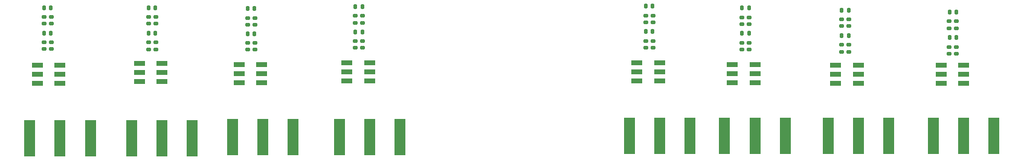
<source format=gbr>
%TF.GenerationSoftware,KiCad,Pcbnew,6.0.7-f9a2dced07~116~ubuntu22.04.1*%
%TF.CreationDate,2022-08-01T15:08:56-07:00*%
%TF.ProjectId,RFSoC_Frontend,5246536f-435f-4467-926f-6e74656e642e,rev?*%
%TF.SameCoordinates,Original*%
%TF.FileFunction,Paste,Top*%
%TF.FilePolarity,Positive*%
%FSLAX46Y46*%
G04 Gerber Fmt 4.6, Leading zero omitted, Abs format (unit mm)*
G04 Created by KiCad (PCBNEW 6.0.7-f9a2dced07~116~ubuntu22.04.1) date 2022-08-01 15:08:56*
%MOMM*%
%LPD*%
G01*
G04 APERTURE LIST*
G04 Aperture macros list*
%AMRoundRect*
0 Rectangle with rounded corners*
0 $1 Rounding radius*
0 $2 $3 $4 $5 $6 $7 $8 $9 X,Y pos of 4 corners*
0 Add a 4 corners polygon primitive as box body*
4,1,4,$2,$3,$4,$5,$6,$7,$8,$9,$2,$3,0*
0 Add four circle primitives for the rounded corners*
1,1,$1+$1,$2,$3*
1,1,$1+$1,$4,$5*
1,1,$1+$1,$6,$7*
1,1,$1+$1,$8,$9*
0 Add four rect primitives between the rounded corners*
20,1,$1+$1,$2,$3,$4,$5,0*
20,1,$1+$1,$4,$5,$6,$7,0*
20,1,$1+$1,$6,$7,$8,$9,0*
20,1,$1+$1,$8,$9,$2,$3,0*%
G04 Aperture macros list end*
%ADD10RoundRect,0.147500X0.172500X-0.147500X0.172500X0.147500X-0.172500X0.147500X-0.172500X-0.147500X0*%
%ADD11R,1.500000X5.080000*%
%ADD12RoundRect,0.147500X0.147500X0.172500X-0.147500X0.172500X-0.147500X-0.172500X0.147500X-0.172500X0*%
%ADD13RoundRect,0.147500X-0.147500X-0.172500X0.147500X-0.172500X0.147500X0.172500X-0.147500X0.172500X0*%
%ADD14R,1.650000X0.760000*%
G04 APERTURE END LIST*
D10*
%TO.C,C1*%
X231907684Y-99931752D03*
X231907684Y-98961752D03*
%TD*%
%TO.C,C2*%
X230891684Y-99931752D03*
X230891684Y-98961752D03*
%TD*%
%TO.C,C3*%
X216825684Y-99655752D03*
X216825684Y-98685752D03*
%TD*%
%TO.C,C4*%
X215809684Y-99655752D03*
X215809684Y-98685752D03*
%TD*%
%TO.C,C5*%
X189346284Y-99116352D03*
X189346284Y-98146352D03*
%TD*%
%TO.C,C6*%
X188330284Y-99116352D03*
X188330284Y-98146352D03*
%TD*%
%TO.C,C7*%
X202830284Y-99376352D03*
X202830284Y-98406352D03*
%TD*%
%TO.C,C8*%
X201814284Y-99376352D03*
X201814284Y-98406352D03*
%TD*%
%TO.C,C9*%
X133563984Y-99360552D03*
X133563984Y-98390552D03*
%TD*%
%TO.C,C10*%
X132547984Y-99360552D03*
X132547984Y-98390552D03*
%TD*%
%TO.C,C11*%
X105015184Y-99258952D03*
X105015184Y-98288952D03*
%TD*%
%TO.C,C12*%
X103999184Y-99258952D03*
X103999184Y-98288952D03*
%TD*%
%TO.C,C13*%
X119670184Y-99314952D03*
X119670184Y-98344952D03*
%TD*%
%TO.C,C14*%
X118654184Y-99314952D03*
X118654184Y-98344952D03*
%TD*%
%TO.C,C15*%
X148651584Y-99106552D03*
X148651584Y-98136552D03*
%TD*%
%TO.C,C16*%
X147635584Y-99106552D03*
X147635584Y-98136552D03*
%TD*%
D11*
%TO.C,J1*%
X232923684Y-111430052D03*
X228673684Y-111430052D03*
X237173684Y-111430052D03*
%TD*%
%TO.C,J2*%
X218159184Y-111430052D03*
X213909184Y-111430052D03*
X222409184Y-111430052D03*
%TD*%
%TO.C,J3*%
X190298784Y-111430052D03*
X186048784Y-111430052D03*
X194548784Y-111430052D03*
%TD*%
%TO.C,J4*%
X203655784Y-111430052D03*
X199405784Y-111430052D03*
X207905784Y-111430052D03*
%TD*%
%TO.C,J6*%
X134706984Y-111603552D03*
X138956984Y-111603552D03*
X130456984Y-111603552D03*
%TD*%
%TO.C,J7*%
X106272484Y-111755952D03*
X110522484Y-111755952D03*
X102022484Y-111755952D03*
%TD*%
%TO.C,J8*%
X120559184Y-111755952D03*
X124809184Y-111755952D03*
X116309184Y-111755952D03*
%TD*%
%TO.C,J5*%
X149667584Y-111603552D03*
X145417584Y-111603552D03*
X153917584Y-111603552D03*
%TD*%
D12*
%TO.C,R1*%
X231882684Y-94084752D03*
X230912684Y-94084752D03*
%TD*%
%TO.C,R2*%
X216804684Y-93808752D03*
X215834684Y-93808752D03*
%TD*%
%TO.C,R3*%
X189321284Y-93269352D03*
X188351284Y-93269352D03*
%TD*%
%TO.C,R4*%
X202809284Y-93529352D03*
X201839284Y-93529352D03*
%TD*%
D10*
%TO.C,R5*%
X231907684Y-96345752D03*
X231907684Y-95375752D03*
%TD*%
%TO.C,R6*%
X230891684Y-96345752D03*
X230891684Y-95375752D03*
%TD*%
%TO.C,R7*%
X216825684Y-96069752D03*
X216825684Y-95099752D03*
%TD*%
%TO.C,R8*%
X215809684Y-96069752D03*
X215809684Y-95099752D03*
%TD*%
%TO.C,R9*%
X189346284Y-95530352D03*
X189346284Y-94560352D03*
%TD*%
%TO.C,R10*%
X188330284Y-95530352D03*
X188330284Y-94560352D03*
%TD*%
%TO.C,R11*%
X202830284Y-95790352D03*
X202830284Y-94820352D03*
%TD*%
%TO.C,R12*%
X201814284Y-95790352D03*
X201814284Y-94820352D03*
%TD*%
D12*
%TO.C,R13*%
X231886684Y-97640752D03*
X230916684Y-97640752D03*
%TD*%
%TO.C,R14*%
X216800684Y-97364752D03*
X215830684Y-97364752D03*
%TD*%
%TO.C,R15*%
X189321284Y-96825352D03*
X188351284Y-96825352D03*
%TD*%
%TO.C,R16*%
X202805284Y-97085352D03*
X201835284Y-97085352D03*
%TD*%
D13*
%TO.C,R17*%
X132568984Y-97125552D03*
X133538984Y-97125552D03*
%TD*%
%TO.C,R18*%
X104024184Y-97023952D03*
X104994184Y-97023952D03*
%TD*%
%TO.C,R19*%
X118675184Y-97023952D03*
X119645184Y-97023952D03*
%TD*%
%TO.C,R20*%
X147656584Y-96871552D03*
X148626584Y-96871552D03*
%TD*%
D10*
%TO.C,R21*%
X133563984Y-95881352D03*
X133563984Y-94911352D03*
%TD*%
%TO.C,R22*%
X132547984Y-95881352D03*
X132547984Y-94911352D03*
%TD*%
%TO.C,R23*%
X105015184Y-95732952D03*
X105015184Y-94762952D03*
%TD*%
%TO.C,R24*%
X103999184Y-95732952D03*
X103999184Y-94762952D03*
%TD*%
%TO.C,R25*%
X119670184Y-95728952D03*
X119670184Y-94758952D03*
%TD*%
%TO.C,R26*%
X118654184Y-95728952D03*
X118654184Y-94758952D03*
%TD*%
%TO.C,R27*%
X148651584Y-95576552D03*
X148651584Y-94606552D03*
%TD*%
%TO.C,R28*%
X147635584Y-95576552D03*
X147635584Y-94606552D03*
%TD*%
D13*
%TO.C,R29*%
X132568984Y-93569552D03*
X133538984Y-93569552D03*
%TD*%
%TO.C,R30*%
X104020184Y-93467952D03*
X104990184Y-93467952D03*
%TD*%
%TO.C,R31*%
X118679184Y-93467952D03*
X119649184Y-93467952D03*
%TD*%
%TO.C,R32*%
X147656584Y-93315552D03*
X148626584Y-93315552D03*
%TD*%
D14*
%TO.C,U1*%
X229743684Y-104074052D03*
X229743684Y-102804052D03*
X229743684Y-101534052D03*
X232923684Y-101534052D03*
X232923684Y-102804052D03*
X232923684Y-104074052D03*
%TD*%
%TO.C,U2*%
X218159184Y-104074052D03*
X218159184Y-102804052D03*
X218159184Y-101534052D03*
X214979184Y-101534052D03*
X214979184Y-102804052D03*
X214979184Y-104074052D03*
%TD*%
%TO.C,U3*%
X187118777Y-103746853D03*
X187118777Y-102476853D03*
X187118777Y-101206853D03*
X190298777Y-101206853D03*
X190298777Y-102476853D03*
X190298777Y-103746853D03*
%TD*%
%TO.C,U4*%
X200475784Y-104006852D03*
X200475784Y-102736852D03*
X200475784Y-101466852D03*
X203655784Y-101466852D03*
X203655784Y-102736852D03*
X203655784Y-104006852D03*
%TD*%
%TO.C,U5*%
X131374584Y-104034352D03*
X131374584Y-102764352D03*
X131374584Y-101494352D03*
X134554584Y-101494352D03*
X134554584Y-102764352D03*
X134554584Y-104034352D03*
%TD*%
%TO.C,U6*%
X103092484Y-104110552D03*
X103092484Y-102840552D03*
X103092484Y-101570552D03*
X106272484Y-101570552D03*
X106272484Y-102840552D03*
X106272484Y-104110552D03*
%TD*%
%TO.C,U7*%
X117379184Y-103818452D03*
X117379184Y-102548452D03*
X117379184Y-101278452D03*
X120559184Y-101278452D03*
X120559184Y-102548452D03*
X120559184Y-103818452D03*
%TD*%
%TO.C,U8*%
X146487584Y-103780352D03*
X146487584Y-102510352D03*
X146487584Y-101240352D03*
X149667584Y-101240352D03*
X149667584Y-102510352D03*
X149667584Y-103780352D03*
%TD*%
M02*

</source>
